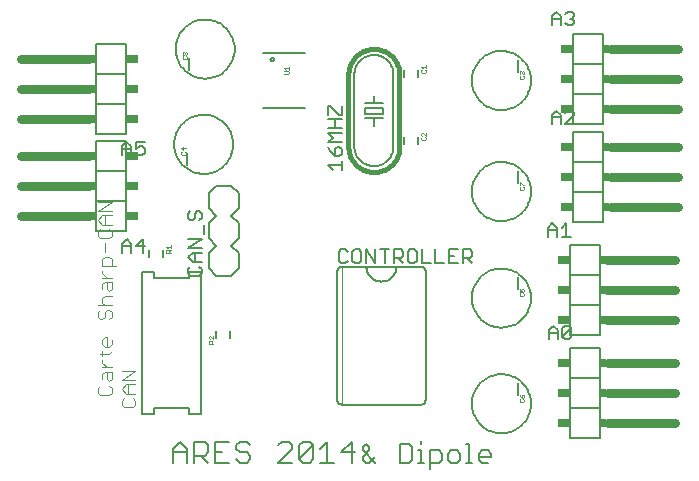
<source format=gto>
G75*
G70*
%OFA0B0*%
%FSLAX24Y24*%
%IPPOS*%
%LPD*%
%AMOC8*
5,1,8,0,0,1.08239X$1,22.5*
%
%ADD10C,0.0040*%
%ADD11C,0.0060*%
%ADD12C,0.0050*%
%ADD13C,0.0080*%
%ADD14C,0.0010*%
%ADD15C,0.0160*%
%ADD16C,0.0020*%
%ADD17R,0.0050X0.0200*%
%ADD18C,0.0300*%
%ADD19R,0.0200X0.0300*%
%ADD20R,0.0400X0.0300*%
D10*
X003673Y003458D02*
X003597Y003535D01*
X003597Y003688D01*
X003673Y003765D01*
X003750Y003918D02*
X003597Y004072D01*
X003750Y004225D01*
X004057Y004225D01*
X004057Y004379D02*
X003597Y004379D01*
X004057Y004686D01*
X003597Y004686D01*
X003263Y004641D02*
X003263Y004410D01*
X003186Y004334D01*
X003110Y004410D01*
X003110Y004641D01*
X003033Y004641D02*
X003263Y004641D01*
X003263Y004794D02*
X002956Y004794D01*
X002956Y004947D02*
X003110Y004794D01*
X003033Y004641D02*
X002956Y004564D01*
X002956Y004410D01*
X002879Y004180D02*
X002803Y004103D01*
X002803Y003950D01*
X002879Y003873D01*
X003186Y003873D01*
X003263Y003950D01*
X003263Y004103D01*
X003186Y004180D01*
X003750Y003918D02*
X004057Y003918D01*
X003980Y003765D02*
X004057Y003688D01*
X004057Y003535D01*
X003980Y003458D01*
X003673Y003458D01*
X003827Y003918D02*
X003827Y004225D01*
X002956Y004947D02*
X002956Y005024D01*
X002956Y005178D02*
X002956Y005331D01*
X002879Y005254D02*
X003186Y005254D01*
X003263Y005331D01*
X003186Y005485D02*
X003033Y005485D01*
X002956Y005561D01*
X002956Y005715D01*
X003033Y005792D01*
X003110Y005792D01*
X003110Y005485D01*
X003186Y005485D02*
X003263Y005561D01*
X003263Y005715D01*
X003186Y006405D02*
X003263Y006482D01*
X003263Y006636D01*
X003186Y006712D01*
X003110Y006712D01*
X003033Y006636D01*
X003033Y006482D01*
X002956Y006405D01*
X002879Y006405D01*
X002803Y006482D01*
X002803Y006636D01*
X002879Y006712D01*
X002803Y006866D02*
X003263Y006866D01*
X003033Y006866D02*
X002956Y006943D01*
X002956Y007096D01*
X003033Y007173D01*
X003263Y007173D01*
X003186Y007326D02*
X003110Y007403D01*
X003110Y007633D01*
X003033Y007633D02*
X003263Y007633D01*
X003263Y007403D01*
X003186Y007326D01*
X002956Y007403D02*
X002956Y007556D01*
X003033Y007633D01*
X003110Y007787D02*
X002956Y007940D01*
X002956Y008017D01*
X002956Y008170D02*
X002956Y008400D01*
X003033Y008477D01*
X003186Y008477D01*
X003263Y008400D01*
X003263Y008170D01*
X003416Y008170D02*
X002956Y008170D01*
X002956Y007787D02*
X003263Y007787D01*
X003033Y008631D02*
X003033Y008938D01*
X003186Y009091D02*
X003263Y009168D01*
X003263Y009321D01*
X003186Y009398D01*
X003263Y009551D02*
X002956Y009551D01*
X002803Y009705D01*
X002956Y009858D01*
X003263Y009858D01*
X003263Y010012D02*
X002803Y010012D01*
X003263Y010319D01*
X002803Y010319D01*
X003033Y009858D02*
X003033Y009551D01*
X002879Y009398D02*
X002803Y009321D01*
X002803Y009168D01*
X002879Y009091D01*
X003186Y009091D01*
D11*
X002758Y009331D02*
X003758Y009331D01*
X003758Y010331D01*
X003758Y011331D01*
X003758Y012331D01*
X002758Y012331D01*
X002758Y011331D01*
X002758Y010331D01*
X002758Y009331D01*
X002758Y010331D02*
X003758Y010331D01*
X003758Y011331D02*
X002758Y011331D01*
X002750Y012588D02*
X003750Y012588D01*
X003750Y013588D01*
X003750Y014588D01*
X003750Y015588D01*
X002750Y015588D01*
X002750Y014588D01*
X002750Y013588D01*
X002750Y012588D01*
X002750Y013588D02*
X003750Y013588D01*
X003750Y014588D02*
X002750Y014588D01*
X008298Y015283D02*
X009718Y015283D01*
X011358Y014553D02*
X011358Y012153D01*
X011360Y012103D01*
X011366Y012054D01*
X011375Y012005D01*
X011388Y011957D01*
X011405Y011910D01*
X011425Y011865D01*
X011449Y011821D01*
X011476Y011779D01*
X011507Y011739D01*
X011540Y011702D01*
X011576Y011668D01*
X011614Y011636D01*
X011655Y011607D01*
X011697Y011582D01*
X011742Y011560D01*
X011788Y011541D01*
X011836Y011526D01*
X011884Y011515D01*
X011933Y011507D01*
X011983Y011503D01*
X012033Y011503D01*
X012083Y011507D01*
X012132Y011515D01*
X012180Y011526D01*
X012228Y011541D01*
X012274Y011560D01*
X012319Y011582D01*
X012361Y011607D01*
X012402Y011636D01*
X012440Y011668D01*
X012476Y011702D01*
X012509Y011739D01*
X012540Y011779D01*
X012567Y011821D01*
X012591Y011865D01*
X012611Y011910D01*
X012628Y011957D01*
X012641Y012005D01*
X012650Y012054D01*
X012656Y012103D01*
X012658Y012153D01*
X012658Y014553D01*
X013022Y014485D02*
X013022Y014721D01*
X013494Y014721D02*
X013494Y014485D01*
X012308Y013603D02*
X012008Y013603D01*
X012008Y013853D01*
X012008Y013603D02*
X011708Y013603D01*
X011708Y013453D02*
X012308Y013453D01*
X012308Y013253D01*
X011708Y013253D01*
X011708Y013453D01*
X011708Y013103D02*
X012008Y013103D01*
X012008Y012853D01*
X012008Y013103D02*
X012308Y013103D01*
X013022Y012471D02*
X013022Y012235D01*
X013494Y012235D02*
X013494Y012471D01*
X012658Y014553D02*
X012656Y014603D01*
X012650Y014652D01*
X012641Y014701D01*
X012628Y014749D01*
X012611Y014796D01*
X012591Y014841D01*
X012567Y014885D01*
X012540Y014927D01*
X012509Y014967D01*
X012476Y015004D01*
X012440Y015038D01*
X012402Y015070D01*
X012361Y015099D01*
X012319Y015124D01*
X012274Y015146D01*
X012228Y015165D01*
X012180Y015180D01*
X012132Y015191D01*
X012083Y015199D01*
X012033Y015203D01*
X011983Y015203D01*
X011933Y015199D01*
X011884Y015191D01*
X011836Y015180D01*
X011788Y015165D01*
X011742Y015146D01*
X011697Y015124D01*
X011655Y015099D01*
X011614Y015070D01*
X011576Y015038D01*
X011540Y015004D01*
X011507Y014967D01*
X011476Y014927D01*
X011449Y014885D01*
X011425Y014841D01*
X011405Y014796D01*
X011388Y014749D01*
X011375Y014701D01*
X011366Y014652D01*
X011360Y014603D01*
X011358Y014553D01*
X009718Y013423D02*
X008298Y013423D01*
X004994Y008721D02*
X004994Y008485D01*
X004522Y008485D02*
X004522Y008721D01*
X006747Y005996D02*
X006747Y005760D01*
X007219Y005760D02*
X007219Y005996D01*
X010788Y008003D02*
X010788Y003703D01*
X010790Y003680D01*
X010795Y003657D01*
X010804Y003635D01*
X010817Y003615D01*
X010832Y003597D01*
X010850Y003582D01*
X010870Y003569D01*
X010892Y003560D01*
X010915Y003555D01*
X010938Y003553D01*
X013578Y003553D01*
X013601Y003555D01*
X013624Y003560D01*
X013646Y003569D01*
X013666Y003582D01*
X013684Y003597D01*
X013699Y003615D01*
X013712Y003635D01*
X013721Y003657D01*
X013726Y003680D01*
X013728Y003703D01*
X013728Y008003D01*
X013726Y008026D01*
X013721Y008049D01*
X013712Y008071D01*
X013699Y008091D01*
X013684Y008109D01*
X013666Y008124D01*
X013646Y008137D01*
X013624Y008146D01*
X013601Y008151D01*
X013578Y008153D01*
X010938Y008153D01*
X010915Y008151D01*
X010892Y008146D01*
X010870Y008137D01*
X010850Y008124D01*
X010832Y008109D01*
X010817Y008091D01*
X010804Y008071D01*
X010795Y008049D01*
X010790Y008026D01*
X010788Y008003D01*
X011758Y008153D02*
X011760Y008109D01*
X011766Y008066D01*
X011775Y008024D01*
X011788Y007982D01*
X011805Y007942D01*
X011825Y007903D01*
X011848Y007866D01*
X011875Y007832D01*
X011904Y007799D01*
X011937Y007770D01*
X011971Y007743D01*
X012008Y007720D01*
X012047Y007700D01*
X012087Y007683D01*
X012129Y007670D01*
X012171Y007661D01*
X012214Y007655D01*
X012258Y007653D01*
X012302Y007655D01*
X012345Y007661D01*
X012387Y007670D01*
X012429Y007683D01*
X012469Y007700D01*
X012508Y007720D01*
X012545Y007743D01*
X012579Y007770D01*
X012612Y007799D01*
X012641Y007832D01*
X012668Y007866D01*
X012691Y007903D01*
X012711Y007942D01*
X012728Y007982D01*
X012741Y008024D01*
X012750Y008066D01*
X012756Y008109D01*
X012758Y008153D01*
X018533Y007878D02*
X018533Y006878D01*
X018533Y005878D01*
X019533Y005878D01*
X019533Y006878D01*
X019533Y007878D01*
X019533Y008878D01*
X018533Y008878D01*
X018533Y007878D01*
X019533Y007878D01*
X019533Y006878D02*
X018533Y006878D01*
X018556Y005450D02*
X019556Y005450D01*
X019556Y004450D01*
X019556Y003450D01*
X019556Y002450D01*
X018556Y002450D01*
X018556Y003450D01*
X019556Y003450D01*
X018556Y003450D02*
X018556Y004450D01*
X019556Y004450D01*
X018556Y004450D02*
X018556Y005450D01*
X018658Y009628D02*
X019658Y009628D01*
X019658Y010628D01*
X019658Y011628D01*
X019658Y012628D01*
X018658Y012628D01*
X018658Y011628D01*
X018658Y010628D01*
X018658Y009628D01*
X018658Y010628D02*
X019658Y010628D01*
X019658Y011628D02*
X018658Y011628D01*
X018656Y012914D02*
X019656Y012914D01*
X019656Y013914D01*
X019656Y014914D01*
X019656Y015914D01*
X018656Y015914D01*
X018656Y014914D01*
X018656Y013914D01*
X018656Y012914D01*
X018656Y013914D02*
X019656Y013914D01*
X019656Y014914D02*
X018656Y014914D01*
X011262Y002320D02*
X010911Y001970D01*
X011378Y001970D01*
X011262Y002320D02*
X011262Y001619D01*
X010679Y001619D02*
X010212Y001619D01*
X010445Y001619D02*
X010445Y002320D01*
X010212Y002086D01*
X009979Y002203D02*
X009512Y001736D01*
X009629Y001619D01*
X009862Y001619D01*
X009979Y001736D01*
X009979Y002203D01*
X009862Y002320D01*
X009629Y002320D01*
X009512Y002203D01*
X009512Y001736D01*
X009279Y001619D02*
X008812Y001619D01*
X009279Y002086D01*
X009279Y002203D01*
X009162Y002320D01*
X008929Y002320D01*
X008812Y002203D01*
X007879Y002203D02*
X007763Y002320D01*
X007529Y002320D01*
X007412Y002203D01*
X007412Y002086D01*
X007529Y001970D01*
X007763Y001970D01*
X007879Y001853D01*
X007879Y001736D01*
X007763Y001619D01*
X007529Y001619D01*
X007412Y001736D01*
X007180Y001619D02*
X006713Y001619D01*
X006713Y002320D01*
X007180Y002320D01*
X006946Y001970D02*
X006713Y001970D01*
X006480Y001970D02*
X006363Y001853D01*
X006013Y001853D01*
X006246Y001853D02*
X006480Y001619D01*
X006480Y001970D02*
X006480Y002203D01*
X006363Y002320D01*
X006013Y002320D01*
X006013Y001619D01*
X005780Y001619D02*
X005780Y002086D01*
X005547Y002320D01*
X005313Y002086D01*
X005313Y001619D01*
X005313Y001970D02*
X005780Y001970D01*
D12*
X005849Y003241D02*
X005849Y003438D01*
X004667Y003438D01*
X004667Y003241D01*
X004274Y003241D01*
X004274Y007965D01*
X004667Y007965D01*
X004667Y007769D01*
X005849Y007769D01*
X005849Y007965D01*
X006242Y007965D01*
X006242Y003241D01*
X005849Y003241D01*
X011647Y002125D02*
X011647Y002023D01*
X012054Y001616D01*
X012054Y001819D02*
X011850Y001616D01*
X011749Y001616D01*
X011647Y001718D01*
X011647Y001819D01*
X011850Y002023D01*
X011850Y002125D01*
X011749Y002226D01*
X011647Y002125D01*
X012862Y002226D02*
X012862Y001616D01*
X013168Y001616D01*
X013269Y001718D01*
X013269Y002125D01*
X013168Y002226D01*
X012862Y002226D01*
X013470Y002023D02*
X013572Y002023D01*
X013572Y001616D01*
X013470Y001616D02*
X013674Y001616D01*
X013875Y001616D02*
X014181Y001616D01*
X014282Y001718D01*
X014282Y001921D01*
X014181Y002023D01*
X013875Y002023D01*
X013875Y001412D01*
X014483Y001718D02*
X014483Y001921D01*
X014585Y002023D01*
X014788Y002023D01*
X014890Y001921D01*
X014890Y001718D01*
X014788Y001616D01*
X014585Y001616D01*
X014483Y001718D01*
X015091Y001616D02*
X015294Y001616D01*
X015192Y001616D02*
X015192Y002226D01*
X015091Y002226D01*
X015496Y001921D02*
X015598Y002023D01*
X015801Y002023D01*
X015903Y001921D01*
X015903Y001819D01*
X015496Y001819D01*
X015496Y001718D02*
X015496Y001921D01*
X015496Y001718D02*
X015598Y001616D01*
X015801Y001616D01*
X013572Y002226D02*
X013572Y002328D01*
X017831Y005725D02*
X017831Y006025D01*
X017982Y006175D01*
X018132Y006025D01*
X018132Y005725D01*
X018292Y005800D02*
X018592Y006100D01*
X018592Y005800D01*
X018517Y005725D01*
X018367Y005725D01*
X018292Y005800D01*
X018292Y006100D01*
X018367Y006175D01*
X018517Y006175D01*
X018592Y006100D01*
X018132Y005950D02*
X017831Y005950D01*
X015277Y008278D02*
X015127Y008428D01*
X015202Y008428D02*
X014977Y008428D01*
X014977Y008278D02*
X014977Y008729D01*
X015202Y008729D01*
X015277Y008654D01*
X015277Y008503D01*
X015202Y008428D01*
X014816Y008278D02*
X014516Y008278D01*
X014516Y008729D01*
X014816Y008729D01*
X014666Y008503D02*
X014516Y008503D01*
X014356Y008278D02*
X014056Y008278D01*
X014056Y008729D01*
X013595Y008729D02*
X013595Y008278D01*
X013896Y008278D01*
X013435Y008353D02*
X013435Y008654D01*
X013360Y008729D01*
X013210Y008729D01*
X013135Y008654D01*
X013135Y008353D01*
X013210Y008278D01*
X013360Y008278D01*
X013435Y008353D01*
X012975Y008278D02*
X012825Y008428D01*
X012900Y008428D02*
X012675Y008428D01*
X012675Y008278D02*
X012675Y008729D01*
X012900Y008729D01*
X012975Y008654D01*
X012975Y008503D01*
X012900Y008428D01*
X012514Y008729D02*
X012214Y008729D01*
X012364Y008729D02*
X012364Y008278D01*
X012054Y008278D02*
X012054Y008729D01*
X011754Y008729D02*
X012054Y008278D01*
X011754Y008278D02*
X011754Y008729D01*
X011594Y008654D02*
X011519Y008729D01*
X011368Y008729D01*
X011293Y008654D01*
X011293Y008353D01*
X011368Y008278D01*
X011519Y008278D01*
X011594Y008353D01*
X011594Y008654D01*
X011133Y008654D02*
X011058Y008729D01*
X010908Y008729D01*
X010833Y008654D01*
X010833Y008353D01*
X010908Y008278D01*
X011058Y008278D01*
X011133Y008353D01*
X010933Y011378D02*
X010933Y011678D01*
X010933Y011528D02*
X010483Y011528D01*
X010633Y011378D01*
X010708Y011839D02*
X010708Y012064D01*
X010783Y012139D01*
X010858Y012139D01*
X010933Y012064D01*
X010933Y011914D01*
X010858Y011839D01*
X010708Y011839D01*
X010558Y011989D01*
X010483Y012139D01*
X010483Y012299D02*
X010633Y012449D01*
X010483Y012599D01*
X010933Y012599D01*
X010933Y012759D02*
X010483Y012759D01*
X010708Y012759D02*
X010708Y013060D01*
X010858Y013220D02*
X010933Y013220D01*
X010933Y013520D01*
X010858Y013220D02*
X010558Y013520D01*
X010483Y013520D01*
X010483Y013220D01*
X010483Y013060D02*
X010933Y013060D01*
X010933Y012299D02*
X010483Y012299D01*
X006338Y009530D02*
X006338Y009229D01*
X006263Y009069D02*
X005813Y009069D01*
X005813Y008769D02*
X006263Y009069D01*
X006263Y008769D02*
X005813Y008769D01*
X005963Y008609D02*
X006263Y008609D01*
X006038Y008609D02*
X006038Y008309D01*
X005963Y008309D02*
X005813Y008459D01*
X005963Y008609D01*
X005963Y008309D02*
X006263Y008309D01*
X006188Y008148D02*
X006263Y008073D01*
X006263Y007923D01*
X006188Y007848D01*
X005888Y007848D01*
X005813Y007923D01*
X005813Y008073D01*
X005888Y008148D01*
X004298Y008606D02*
X004298Y009057D01*
X004073Y008831D01*
X004373Y008831D01*
X003912Y008831D02*
X003612Y008831D01*
X003612Y008906D02*
X003762Y009057D01*
X003912Y008906D01*
X003912Y008606D01*
X003612Y008606D02*
X003612Y008906D01*
X005813Y009765D02*
X005888Y009690D01*
X005963Y009690D01*
X006038Y009765D01*
X006038Y009915D01*
X006113Y009990D01*
X006188Y009990D01*
X006263Y009915D01*
X006263Y009765D01*
X006188Y009690D01*
X005888Y009990D02*
X005813Y009915D01*
X005813Y009765D01*
X004290Y011863D02*
X004140Y011863D01*
X004065Y011938D01*
X004065Y012088D02*
X004215Y012163D01*
X004290Y012163D01*
X004365Y012088D01*
X004365Y011938D01*
X004290Y011863D01*
X004065Y012088D02*
X004065Y012314D01*
X004365Y012314D01*
X003904Y012163D02*
X003904Y011863D01*
X003904Y012088D02*
X003604Y012088D01*
X003604Y012163D02*
X003754Y012314D01*
X003904Y012163D01*
X003604Y012163D02*
X003604Y011863D01*
X017808Y009453D02*
X017808Y009153D01*
X017808Y009378D02*
X018108Y009378D01*
X018108Y009453D02*
X018108Y009153D01*
X018268Y009153D02*
X018569Y009153D01*
X018419Y009153D02*
X018419Y009604D01*
X018268Y009453D01*
X018108Y009453D02*
X017958Y009604D01*
X017808Y009453D01*
X017933Y012903D02*
X017933Y013203D01*
X018083Y013354D01*
X018233Y013203D01*
X018233Y012903D01*
X018393Y012903D02*
X018694Y013203D01*
X018694Y013279D01*
X018619Y013354D01*
X018468Y013354D01*
X018393Y013279D01*
X018233Y013128D02*
X017933Y013128D01*
X018393Y012903D02*
X018694Y012903D01*
X018617Y016189D02*
X018467Y016189D01*
X018392Y016264D01*
X018232Y016189D02*
X018232Y016490D01*
X018082Y016640D01*
X017931Y016490D01*
X017931Y016189D01*
X017931Y016414D02*
X018232Y016414D01*
X018392Y016565D02*
X018467Y016640D01*
X018617Y016640D01*
X018692Y016565D01*
X018692Y016490D01*
X018617Y016414D01*
X018692Y016339D01*
X018692Y016264D01*
X018617Y016189D01*
X018617Y016414D02*
X018542Y016414D01*
D13*
X016808Y015053D02*
X016808Y014653D01*
X015274Y014353D02*
X015276Y014415D01*
X015282Y014478D01*
X015292Y014539D01*
X015306Y014600D01*
X015323Y014660D01*
X015344Y014719D01*
X015370Y014776D01*
X015398Y014831D01*
X015430Y014885D01*
X015466Y014936D01*
X015504Y014986D01*
X015546Y015032D01*
X015590Y015076D01*
X015638Y015117D01*
X015687Y015155D01*
X015739Y015189D01*
X015793Y015220D01*
X015849Y015248D01*
X015907Y015272D01*
X015966Y015293D01*
X016026Y015309D01*
X016087Y015322D01*
X016149Y015331D01*
X016211Y015336D01*
X016274Y015337D01*
X016336Y015334D01*
X016398Y015327D01*
X016460Y015316D01*
X016520Y015301D01*
X016580Y015283D01*
X016638Y015261D01*
X016695Y015235D01*
X016750Y015205D01*
X016803Y015172D01*
X016854Y015136D01*
X016902Y015097D01*
X016948Y015054D01*
X016991Y015009D01*
X017031Y014961D01*
X017068Y014911D01*
X017102Y014858D01*
X017133Y014804D01*
X017159Y014748D01*
X017183Y014690D01*
X017202Y014630D01*
X017218Y014570D01*
X017230Y014508D01*
X017238Y014447D01*
X017242Y014384D01*
X017242Y014322D01*
X017238Y014259D01*
X017230Y014198D01*
X017218Y014136D01*
X017202Y014076D01*
X017183Y014016D01*
X017159Y013958D01*
X017133Y013902D01*
X017102Y013848D01*
X017068Y013795D01*
X017031Y013745D01*
X016991Y013697D01*
X016948Y013652D01*
X016902Y013609D01*
X016854Y013570D01*
X016803Y013534D01*
X016750Y013501D01*
X016695Y013471D01*
X016638Y013445D01*
X016580Y013423D01*
X016520Y013405D01*
X016460Y013390D01*
X016398Y013379D01*
X016336Y013372D01*
X016274Y013369D01*
X016211Y013370D01*
X016149Y013375D01*
X016087Y013384D01*
X016026Y013397D01*
X015966Y013413D01*
X015907Y013434D01*
X015849Y013458D01*
X015793Y013486D01*
X015739Y013517D01*
X015687Y013551D01*
X015638Y013589D01*
X015590Y013630D01*
X015546Y013674D01*
X015504Y013720D01*
X015466Y013770D01*
X015430Y013821D01*
X015398Y013875D01*
X015370Y013930D01*
X015344Y013987D01*
X015323Y014046D01*
X015306Y014106D01*
X015292Y014167D01*
X015282Y014228D01*
X015276Y014291D01*
X015274Y014353D01*
X016808Y011353D02*
X016808Y010953D01*
X015274Y010653D02*
X015276Y010715D01*
X015282Y010778D01*
X015292Y010839D01*
X015306Y010900D01*
X015323Y010960D01*
X015344Y011019D01*
X015370Y011076D01*
X015398Y011131D01*
X015430Y011185D01*
X015466Y011236D01*
X015504Y011286D01*
X015546Y011332D01*
X015590Y011376D01*
X015638Y011417D01*
X015687Y011455D01*
X015739Y011489D01*
X015793Y011520D01*
X015849Y011548D01*
X015907Y011572D01*
X015966Y011593D01*
X016026Y011609D01*
X016087Y011622D01*
X016149Y011631D01*
X016211Y011636D01*
X016274Y011637D01*
X016336Y011634D01*
X016398Y011627D01*
X016460Y011616D01*
X016520Y011601D01*
X016580Y011583D01*
X016638Y011561D01*
X016695Y011535D01*
X016750Y011505D01*
X016803Y011472D01*
X016854Y011436D01*
X016902Y011397D01*
X016948Y011354D01*
X016991Y011309D01*
X017031Y011261D01*
X017068Y011211D01*
X017102Y011158D01*
X017133Y011104D01*
X017159Y011048D01*
X017183Y010990D01*
X017202Y010930D01*
X017218Y010870D01*
X017230Y010808D01*
X017238Y010747D01*
X017242Y010684D01*
X017242Y010622D01*
X017238Y010559D01*
X017230Y010498D01*
X017218Y010436D01*
X017202Y010376D01*
X017183Y010316D01*
X017159Y010258D01*
X017133Y010202D01*
X017102Y010148D01*
X017068Y010095D01*
X017031Y010045D01*
X016991Y009997D01*
X016948Y009952D01*
X016902Y009909D01*
X016854Y009870D01*
X016803Y009834D01*
X016750Y009801D01*
X016695Y009771D01*
X016638Y009745D01*
X016580Y009723D01*
X016520Y009705D01*
X016460Y009690D01*
X016398Y009679D01*
X016336Y009672D01*
X016274Y009669D01*
X016211Y009670D01*
X016149Y009675D01*
X016087Y009684D01*
X016026Y009697D01*
X015966Y009713D01*
X015907Y009734D01*
X015849Y009758D01*
X015793Y009786D01*
X015739Y009817D01*
X015687Y009851D01*
X015638Y009889D01*
X015590Y009930D01*
X015546Y009974D01*
X015504Y010020D01*
X015466Y010070D01*
X015430Y010121D01*
X015398Y010175D01*
X015370Y010230D01*
X015344Y010287D01*
X015323Y010346D01*
X015306Y010406D01*
X015292Y010467D01*
X015282Y010528D01*
X015276Y010591D01*
X015274Y010653D01*
X016808Y007803D02*
X016808Y007403D01*
X015274Y007103D02*
X015276Y007165D01*
X015282Y007228D01*
X015292Y007289D01*
X015306Y007350D01*
X015323Y007410D01*
X015344Y007469D01*
X015370Y007526D01*
X015398Y007581D01*
X015430Y007635D01*
X015466Y007686D01*
X015504Y007736D01*
X015546Y007782D01*
X015590Y007826D01*
X015638Y007867D01*
X015687Y007905D01*
X015739Y007939D01*
X015793Y007970D01*
X015849Y007998D01*
X015907Y008022D01*
X015966Y008043D01*
X016026Y008059D01*
X016087Y008072D01*
X016149Y008081D01*
X016211Y008086D01*
X016274Y008087D01*
X016336Y008084D01*
X016398Y008077D01*
X016460Y008066D01*
X016520Y008051D01*
X016580Y008033D01*
X016638Y008011D01*
X016695Y007985D01*
X016750Y007955D01*
X016803Y007922D01*
X016854Y007886D01*
X016902Y007847D01*
X016948Y007804D01*
X016991Y007759D01*
X017031Y007711D01*
X017068Y007661D01*
X017102Y007608D01*
X017133Y007554D01*
X017159Y007498D01*
X017183Y007440D01*
X017202Y007380D01*
X017218Y007320D01*
X017230Y007258D01*
X017238Y007197D01*
X017242Y007134D01*
X017242Y007072D01*
X017238Y007009D01*
X017230Y006948D01*
X017218Y006886D01*
X017202Y006826D01*
X017183Y006766D01*
X017159Y006708D01*
X017133Y006652D01*
X017102Y006598D01*
X017068Y006545D01*
X017031Y006495D01*
X016991Y006447D01*
X016948Y006402D01*
X016902Y006359D01*
X016854Y006320D01*
X016803Y006284D01*
X016750Y006251D01*
X016695Y006221D01*
X016638Y006195D01*
X016580Y006173D01*
X016520Y006155D01*
X016460Y006140D01*
X016398Y006129D01*
X016336Y006122D01*
X016274Y006119D01*
X016211Y006120D01*
X016149Y006125D01*
X016087Y006134D01*
X016026Y006147D01*
X015966Y006163D01*
X015907Y006184D01*
X015849Y006208D01*
X015793Y006236D01*
X015739Y006267D01*
X015687Y006301D01*
X015638Y006339D01*
X015590Y006380D01*
X015546Y006424D01*
X015504Y006470D01*
X015466Y006520D01*
X015430Y006571D01*
X015398Y006625D01*
X015370Y006680D01*
X015344Y006737D01*
X015323Y006796D01*
X015306Y006856D01*
X015292Y006917D01*
X015282Y006978D01*
X015276Y007041D01*
X015274Y007103D01*
X016808Y004278D02*
X016808Y003878D01*
X015274Y003578D02*
X015276Y003640D01*
X015282Y003703D01*
X015292Y003764D01*
X015306Y003825D01*
X015323Y003885D01*
X015344Y003944D01*
X015370Y004001D01*
X015398Y004056D01*
X015430Y004110D01*
X015466Y004161D01*
X015504Y004211D01*
X015546Y004257D01*
X015590Y004301D01*
X015638Y004342D01*
X015687Y004380D01*
X015739Y004414D01*
X015793Y004445D01*
X015849Y004473D01*
X015907Y004497D01*
X015966Y004518D01*
X016026Y004534D01*
X016087Y004547D01*
X016149Y004556D01*
X016211Y004561D01*
X016274Y004562D01*
X016336Y004559D01*
X016398Y004552D01*
X016460Y004541D01*
X016520Y004526D01*
X016580Y004508D01*
X016638Y004486D01*
X016695Y004460D01*
X016750Y004430D01*
X016803Y004397D01*
X016854Y004361D01*
X016902Y004322D01*
X016948Y004279D01*
X016991Y004234D01*
X017031Y004186D01*
X017068Y004136D01*
X017102Y004083D01*
X017133Y004029D01*
X017159Y003973D01*
X017183Y003915D01*
X017202Y003855D01*
X017218Y003795D01*
X017230Y003733D01*
X017238Y003672D01*
X017242Y003609D01*
X017242Y003547D01*
X017238Y003484D01*
X017230Y003423D01*
X017218Y003361D01*
X017202Y003301D01*
X017183Y003241D01*
X017159Y003183D01*
X017133Y003127D01*
X017102Y003073D01*
X017068Y003020D01*
X017031Y002970D01*
X016991Y002922D01*
X016948Y002877D01*
X016902Y002834D01*
X016854Y002795D01*
X016803Y002759D01*
X016750Y002726D01*
X016695Y002696D01*
X016638Y002670D01*
X016580Y002648D01*
X016520Y002630D01*
X016460Y002615D01*
X016398Y002604D01*
X016336Y002597D01*
X016274Y002594D01*
X016211Y002595D01*
X016149Y002600D01*
X016087Y002609D01*
X016026Y002622D01*
X015966Y002638D01*
X015907Y002659D01*
X015849Y002683D01*
X015793Y002711D01*
X015739Y002742D01*
X015687Y002776D01*
X015638Y002814D01*
X015590Y002855D01*
X015546Y002899D01*
X015504Y002945D01*
X015466Y002995D01*
X015430Y003046D01*
X015398Y003100D01*
X015370Y003155D01*
X015344Y003212D01*
X015323Y003271D01*
X015306Y003331D01*
X015292Y003392D01*
X015282Y003453D01*
X015276Y003516D01*
X015274Y003578D01*
X007508Y008103D02*
X007508Y008603D01*
X007258Y008853D01*
X007508Y009103D01*
X007508Y009603D01*
X007258Y009853D01*
X007508Y010103D01*
X007508Y010603D01*
X007258Y010853D01*
X006758Y010853D01*
X006508Y010603D01*
X006508Y010103D01*
X006758Y009853D01*
X006508Y009603D01*
X006508Y009103D01*
X006758Y008853D01*
X006508Y008603D01*
X006508Y008103D01*
X006758Y007853D01*
X007258Y007853D01*
X007508Y008103D01*
X005783Y011528D02*
X005783Y011928D01*
X005349Y012228D02*
X005351Y012290D01*
X005357Y012353D01*
X005367Y012414D01*
X005381Y012475D01*
X005398Y012535D01*
X005419Y012594D01*
X005445Y012651D01*
X005473Y012706D01*
X005505Y012760D01*
X005541Y012811D01*
X005579Y012861D01*
X005621Y012907D01*
X005665Y012951D01*
X005713Y012992D01*
X005762Y013030D01*
X005814Y013064D01*
X005868Y013095D01*
X005924Y013123D01*
X005982Y013147D01*
X006041Y013168D01*
X006101Y013184D01*
X006162Y013197D01*
X006224Y013206D01*
X006286Y013211D01*
X006349Y013212D01*
X006411Y013209D01*
X006473Y013202D01*
X006535Y013191D01*
X006595Y013176D01*
X006655Y013158D01*
X006713Y013136D01*
X006770Y013110D01*
X006825Y013080D01*
X006878Y013047D01*
X006929Y013011D01*
X006977Y012972D01*
X007023Y012929D01*
X007066Y012884D01*
X007106Y012836D01*
X007143Y012786D01*
X007177Y012733D01*
X007208Y012679D01*
X007234Y012623D01*
X007258Y012565D01*
X007277Y012505D01*
X007293Y012445D01*
X007305Y012383D01*
X007313Y012322D01*
X007317Y012259D01*
X007317Y012197D01*
X007313Y012134D01*
X007305Y012073D01*
X007293Y012011D01*
X007277Y011951D01*
X007258Y011891D01*
X007234Y011833D01*
X007208Y011777D01*
X007177Y011723D01*
X007143Y011670D01*
X007106Y011620D01*
X007066Y011572D01*
X007023Y011527D01*
X006977Y011484D01*
X006929Y011445D01*
X006878Y011409D01*
X006825Y011376D01*
X006770Y011346D01*
X006713Y011320D01*
X006655Y011298D01*
X006595Y011280D01*
X006535Y011265D01*
X006473Y011254D01*
X006411Y011247D01*
X006349Y011244D01*
X006286Y011245D01*
X006224Y011250D01*
X006162Y011259D01*
X006101Y011272D01*
X006041Y011288D01*
X005982Y011309D01*
X005924Y011333D01*
X005868Y011361D01*
X005814Y011392D01*
X005762Y011426D01*
X005713Y011464D01*
X005665Y011505D01*
X005621Y011549D01*
X005579Y011595D01*
X005541Y011645D01*
X005505Y011696D01*
X005473Y011750D01*
X005445Y011805D01*
X005419Y011862D01*
X005398Y011921D01*
X005381Y011981D01*
X005367Y012042D01*
X005357Y012103D01*
X005351Y012166D01*
X005349Y012228D01*
X005833Y014703D02*
X005833Y015103D01*
X005399Y015403D02*
X005401Y015465D01*
X005407Y015528D01*
X005417Y015589D01*
X005431Y015650D01*
X005448Y015710D01*
X005469Y015769D01*
X005495Y015826D01*
X005523Y015881D01*
X005555Y015935D01*
X005591Y015986D01*
X005629Y016036D01*
X005671Y016082D01*
X005715Y016126D01*
X005763Y016167D01*
X005812Y016205D01*
X005864Y016239D01*
X005918Y016270D01*
X005974Y016298D01*
X006032Y016322D01*
X006091Y016343D01*
X006151Y016359D01*
X006212Y016372D01*
X006274Y016381D01*
X006336Y016386D01*
X006399Y016387D01*
X006461Y016384D01*
X006523Y016377D01*
X006585Y016366D01*
X006645Y016351D01*
X006705Y016333D01*
X006763Y016311D01*
X006820Y016285D01*
X006875Y016255D01*
X006928Y016222D01*
X006979Y016186D01*
X007027Y016147D01*
X007073Y016104D01*
X007116Y016059D01*
X007156Y016011D01*
X007193Y015961D01*
X007227Y015908D01*
X007258Y015854D01*
X007284Y015798D01*
X007308Y015740D01*
X007327Y015680D01*
X007343Y015620D01*
X007355Y015558D01*
X007363Y015497D01*
X007367Y015434D01*
X007367Y015372D01*
X007363Y015309D01*
X007355Y015248D01*
X007343Y015186D01*
X007327Y015126D01*
X007308Y015066D01*
X007284Y015008D01*
X007258Y014952D01*
X007227Y014898D01*
X007193Y014845D01*
X007156Y014795D01*
X007116Y014747D01*
X007073Y014702D01*
X007027Y014659D01*
X006979Y014620D01*
X006928Y014584D01*
X006875Y014551D01*
X006820Y014521D01*
X006763Y014495D01*
X006705Y014473D01*
X006645Y014455D01*
X006585Y014440D01*
X006523Y014429D01*
X006461Y014422D01*
X006399Y014419D01*
X006336Y014420D01*
X006274Y014425D01*
X006212Y014434D01*
X006151Y014447D01*
X006091Y014463D01*
X006032Y014484D01*
X005974Y014508D01*
X005918Y014536D01*
X005864Y014567D01*
X005812Y014601D01*
X005763Y014639D01*
X005715Y014680D01*
X005671Y014724D01*
X005629Y014770D01*
X005591Y014820D01*
X005555Y014871D01*
X005523Y014925D01*
X005495Y014980D01*
X005469Y015037D01*
X005448Y015096D01*
X005431Y015156D01*
X005417Y015217D01*
X005407Y015278D01*
X005401Y015341D01*
X005399Y015403D01*
X008561Y015063D02*
X008563Y015078D01*
X008569Y015091D01*
X008578Y015103D01*
X008589Y015112D01*
X008603Y015118D01*
X008618Y015120D01*
X008633Y015118D01*
X008646Y015112D01*
X008658Y015103D01*
X008667Y015092D01*
X008673Y015078D01*
X008675Y015063D01*
X008673Y015048D01*
X008667Y015035D01*
X008658Y015023D01*
X008647Y015014D01*
X008633Y015008D01*
X008618Y015006D01*
X008603Y015008D01*
X008590Y015014D01*
X008578Y015023D01*
X008569Y015034D01*
X008563Y015048D01*
X008561Y015063D01*
D14*
X009013Y014761D02*
X009063Y014711D01*
X009013Y014664D02*
X009138Y014664D01*
X009163Y014639D01*
X009163Y014589D01*
X009138Y014564D01*
X009013Y014564D01*
X009013Y014761D02*
X009163Y014761D01*
X009163Y014711D02*
X009163Y014811D01*
X005778Y015083D02*
X005778Y015133D01*
X005753Y015158D01*
X005753Y015206D02*
X005728Y015206D01*
X005703Y015231D01*
X005703Y015281D01*
X005728Y015306D01*
X005753Y015306D01*
X005778Y015281D01*
X005778Y015231D01*
X005753Y015206D01*
X005703Y015231D02*
X005678Y015206D01*
X005653Y015206D01*
X005628Y015231D01*
X005628Y015281D01*
X005653Y015306D01*
X005678Y015306D01*
X005703Y015281D01*
X005653Y015158D02*
X005628Y015133D01*
X005628Y015083D01*
X005653Y015058D01*
X005753Y015058D01*
X005778Y015083D01*
X005653Y012131D02*
X005653Y012031D01*
X005578Y012106D01*
X005728Y012106D01*
X005703Y011983D02*
X005728Y011958D01*
X005728Y011908D01*
X005703Y011883D01*
X005603Y011883D01*
X005578Y011908D01*
X005578Y011958D01*
X005603Y011983D01*
X005238Y008861D02*
X005238Y008761D01*
X005238Y008714D02*
X005188Y008664D01*
X005188Y008689D02*
X005188Y008614D01*
X005238Y008614D02*
X005088Y008614D01*
X005088Y008689D01*
X005113Y008714D01*
X005163Y008714D01*
X005188Y008689D01*
X005138Y008761D02*
X005088Y008811D01*
X005238Y008811D01*
X006528Y005831D02*
X006503Y005806D01*
X006503Y005756D01*
X006528Y005731D01*
X006528Y005683D02*
X006578Y005683D01*
X006603Y005658D01*
X006603Y005583D01*
X006653Y005583D02*
X006503Y005583D01*
X006503Y005658D01*
X006528Y005683D01*
X006603Y005633D02*
X006653Y005683D01*
X006653Y005731D02*
X006553Y005831D01*
X006528Y005831D01*
X006653Y005831D02*
X006653Y005731D01*
X013588Y012389D02*
X013613Y012364D01*
X013713Y012364D01*
X013738Y012389D01*
X013738Y012439D01*
X013713Y012464D01*
X013738Y012511D02*
X013638Y012611D01*
X013613Y012611D01*
X013588Y012586D01*
X013588Y012536D01*
X013613Y012511D01*
X013613Y012464D02*
X013588Y012439D01*
X013588Y012389D01*
X013738Y012511D02*
X013738Y012611D01*
X013713Y014614D02*
X013613Y014614D01*
X013588Y014639D01*
X013588Y014689D01*
X013613Y014714D01*
X013638Y014761D02*
X013588Y014811D01*
X013738Y014811D01*
X013738Y014761D02*
X013738Y014861D01*
X013713Y014714D02*
X013738Y014689D01*
X013738Y014639D01*
X013713Y014614D01*
X016863Y014636D02*
X016888Y014661D01*
X016913Y014661D01*
X016938Y014636D01*
X016963Y014661D01*
X016988Y014661D01*
X017013Y014636D01*
X017013Y014586D01*
X016988Y014561D01*
X016988Y014514D02*
X017013Y014489D01*
X017013Y014439D01*
X016988Y014414D01*
X016888Y014414D01*
X016863Y014439D01*
X016863Y014489D01*
X016888Y014514D01*
X016888Y014561D02*
X016863Y014586D01*
X016863Y014636D01*
X016938Y014636D02*
X016938Y014611D01*
X016888Y010961D02*
X016988Y010861D01*
X017013Y010861D01*
X016988Y010814D02*
X017013Y010789D01*
X017013Y010739D01*
X016988Y010714D01*
X016888Y010714D01*
X016863Y010739D01*
X016863Y010789D01*
X016888Y010814D01*
X016863Y010861D02*
X016863Y010961D01*
X016888Y010961D01*
X016863Y007411D02*
X016863Y007311D01*
X016938Y007311D01*
X016913Y007361D01*
X016913Y007386D01*
X016938Y007411D01*
X016988Y007411D01*
X017013Y007386D01*
X017013Y007336D01*
X016988Y007311D01*
X016988Y007264D02*
X017013Y007239D01*
X017013Y007189D01*
X016988Y007164D01*
X016888Y007164D01*
X016863Y007189D01*
X016863Y007239D01*
X016888Y007264D01*
X016863Y003886D02*
X016888Y003836D01*
X016938Y003786D01*
X016938Y003861D01*
X016963Y003886D01*
X016988Y003886D01*
X017013Y003861D01*
X017013Y003811D01*
X016988Y003786D01*
X016938Y003786D01*
X016988Y003739D02*
X017013Y003714D01*
X017013Y003664D01*
X016988Y003639D01*
X016888Y003639D01*
X016863Y003664D01*
X016863Y003714D01*
X016888Y003739D01*
D15*
X012858Y012153D02*
X012858Y014553D01*
X012856Y014610D01*
X012850Y014666D01*
X012841Y014722D01*
X012828Y014778D01*
X012811Y014832D01*
X012791Y014885D01*
X012767Y014936D01*
X012739Y014986D01*
X012709Y015034D01*
X012675Y015080D01*
X012638Y015123D01*
X012599Y015164D01*
X012557Y015202D01*
X012512Y015237D01*
X012465Y015269D01*
X012416Y015298D01*
X012366Y015324D01*
X012313Y015346D01*
X012260Y015365D01*
X012205Y015380D01*
X012149Y015391D01*
X012093Y015399D01*
X012036Y015403D01*
X011980Y015403D01*
X011923Y015399D01*
X011867Y015391D01*
X011811Y015380D01*
X011756Y015365D01*
X011703Y015346D01*
X011650Y015324D01*
X011600Y015298D01*
X011551Y015269D01*
X011504Y015237D01*
X011459Y015202D01*
X011417Y015164D01*
X011378Y015123D01*
X011341Y015080D01*
X011307Y015034D01*
X011277Y014986D01*
X011249Y014936D01*
X011225Y014885D01*
X011205Y014832D01*
X011188Y014778D01*
X011175Y014722D01*
X011166Y014666D01*
X011160Y014610D01*
X011158Y014553D01*
X011158Y012153D01*
X011160Y012096D01*
X011166Y012040D01*
X011175Y011984D01*
X011188Y011928D01*
X011205Y011874D01*
X011225Y011821D01*
X011249Y011770D01*
X011277Y011720D01*
X011307Y011672D01*
X011341Y011626D01*
X011378Y011583D01*
X011417Y011542D01*
X011459Y011504D01*
X011504Y011469D01*
X011551Y011437D01*
X011600Y011408D01*
X011650Y011382D01*
X011703Y011360D01*
X011756Y011341D01*
X011811Y011326D01*
X011867Y011315D01*
X011923Y011307D01*
X011980Y011303D01*
X012036Y011303D01*
X012093Y011307D01*
X012149Y011315D01*
X012205Y011326D01*
X012260Y011341D01*
X012313Y011360D01*
X012366Y011382D01*
X012416Y011408D01*
X012465Y011437D01*
X012512Y011469D01*
X012557Y011504D01*
X012599Y011542D01*
X012638Y011583D01*
X012675Y011626D01*
X012709Y011672D01*
X012739Y011720D01*
X012767Y011770D01*
X012791Y011821D01*
X012811Y011874D01*
X012828Y011928D01*
X012841Y011984D01*
X012850Y012040D01*
X012856Y012096D01*
X012858Y012153D01*
D16*
X010928Y008153D02*
X010928Y003553D01*
D17*
X010763Y003853D03*
X010763Y004353D03*
X010763Y004853D03*
X010763Y005353D03*
X010763Y005853D03*
X010763Y006353D03*
X010763Y006853D03*
X010763Y007353D03*
X010763Y007853D03*
X013753Y007853D03*
X013753Y007353D03*
X013753Y006853D03*
X013753Y006353D03*
X013753Y005853D03*
X013753Y005353D03*
X013753Y004853D03*
X013753Y004353D03*
X013753Y003853D03*
D18*
X019806Y003950D02*
X022056Y003950D01*
X022056Y002950D02*
X019806Y002950D01*
X019806Y004950D02*
X022056Y004950D01*
X022033Y006378D02*
X019783Y006378D01*
X019783Y007378D02*
X022033Y007378D01*
X022033Y008378D02*
X019783Y008378D01*
X019908Y010128D02*
X022158Y010128D01*
X022158Y011128D02*
X019908Y011128D01*
X019908Y012128D02*
X022158Y012128D01*
X022156Y013414D02*
X019906Y013414D01*
X019906Y014414D02*
X022156Y014414D01*
X022156Y015414D02*
X019906Y015414D01*
X002500Y015088D02*
X000250Y015088D01*
X000250Y014088D02*
X002500Y014088D01*
X002500Y013088D02*
X000250Y013088D01*
X000258Y011831D02*
X002508Y011831D01*
X002508Y010831D02*
X000258Y010831D01*
X000258Y009831D02*
X002508Y009831D01*
D19*
X002658Y009831D03*
X002658Y010831D03*
X002658Y011831D03*
X002650Y013088D03*
X002650Y014088D03*
X002650Y015088D03*
X019633Y008378D03*
X019633Y007378D03*
X019633Y006378D03*
X019656Y004950D03*
X019656Y003950D03*
X019656Y002950D03*
X019758Y010128D03*
X019758Y011128D03*
X019758Y012128D03*
X019756Y013414D03*
X019756Y014414D03*
X019756Y015414D03*
D20*
X018456Y015414D03*
X018456Y014414D03*
X018456Y013414D03*
X018458Y012128D03*
X018458Y011128D03*
X018458Y010128D03*
X018333Y008378D03*
X018333Y007378D03*
X018333Y006378D03*
X018356Y004950D03*
X018356Y003950D03*
X018356Y002950D03*
X003958Y009831D03*
X003958Y010831D03*
X003958Y011831D03*
X003950Y013088D03*
X003950Y014088D03*
X003950Y015088D03*
M02*

</source>
